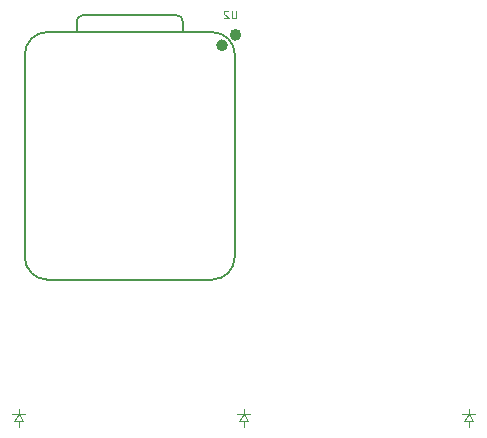
<source format=gbr>
%TF.GenerationSoftware,KiCad,Pcbnew,9.0.2*%
%TF.CreationDate,2025-06-03T16:06:49-07:00*%
%TF.ProjectId,osu_keypad,6f73755f-6b65-4797-9061-642e6b696361,rev?*%
%TF.SameCoordinates,Original*%
%TF.FileFunction,Legend,Bot*%
%TF.FilePolarity,Positive*%
%FSLAX46Y46*%
G04 Gerber Fmt 4.6, Leading zero omitted, Abs format (unit mm)*
G04 Created by KiCad (PCBNEW 9.0.2) date 2025-06-03 16:06:49*
%MOMM*%
%LPD*%
G01*
G04 APERTURE LIST*
%ADD10C,0.101600*%
%ADD11C,0.100000*%
%ADD12C,0.127000*%
%ADD13C,0.504000*%
G04 APERTURE END LIST*
D10*
X123163184Y-60995979D02*
X123163184Y-61510026D01*
X123163184Y-61510026D02*
X123132946Y-61570502D01*
X123132946Y-61570502D02*
X123102708Y-61600741D01*
X123102708Y-61600741D02*
X123042232Y-61630979D01*
X123042232Y-61630979D02*
X122921279Y-61630979D01*
X122921279Y-61630979D02*
X122860803Y-61600741D01*
X122860803Y-61600741D02*
X122830565Y-61570502D01*
X122830565Y-61570502D02*
X122800327Y-61510026D01*
X122800327Y-61510026D02*
X122800327Y-60995979D01*
X122528184Y-61056455D02*
X122497946Y-61026217D01*
X122497946Y-61026217D02*
X122437470Y-60995979D01*
X122437470Y-60995979D02*
X122286279Y-60995979D01*
X122286279Y-60995979D02*
X122225803Y-61026217D01*
X122225803Y-61026217D02*
X122195565Y-61056455D01*
X122195565Y-61056455D02*
X122165327Y-61116931D01*
X122165327Y-61116931D02*
X122165327Y-61177407D01*
X122165327Y-61177407D02*
X122195565Y-61268121D01*
X122195565Y-61268121D02*
X122558422Y-61630979D01*
X122558422Y-61630979D02*
X122165327Y-61630979D01*
D11*
%TO.C,D3*%
X142325000Y-95138125D02*
X143425000Y-95138125D01*
X142475000Y-95738125D02*
X143275000Y-95738125D01*
X142875000Y-94738125D02*
X142875000Y-95138125D01*
X142875000Y-95138125D02*
X142475000Y-95738125D01*
X142875000Y-95738125D02*
X142875000Y-96238125D01*
X143275000Y-95738125D02*
X142875000Y-95138125D01*
%TO.C,D2*%
X123275000Y-95138125D02*
X124375000Y-95138125D01*
X123425000Y-95738125D02*
X124225000Y-95738125D01*
X123825000Y-94738125D02*
X123825000Y-95138125D01*
X123825000Y-95138125D02*
X123425000Y-95738125D01*
X123825000Y-95738125D02*
X123825000Y-96238125D01*
X124225000Y-95738125D02*
X123825000Y-95138125D01*
D12*
%TO.C,U2*%
X105289375Y-81851500D02*
X105289375Y-64706500D01*
D11*
X107194375Y-62801500D02*
X121164375Y-62801500D01*
D12*
X107194375Y-62801500D02*
X121164375Y-62801500D01*
X109675375Y-61891500D02*
X109675375Y-62801500D01*
X118170647Y-61391500D02*
X110175375Y-61391500D01*
X118674375Y-62801500D02*
X118670647Y-61891228D01*
X121164375Y-83756500D02*
X107194375Y-83756500D01*
X123069375Y-81851500D02*
X123069375Y-64706500D01*
X105289375Y-64706500D02*
G75*
G02*
X107194375Y-62801500I1905000J0D01*
G01*
X107194375Y-83756500D02*
G75*
G02*
X105289375Y-81851500I0J1905000D01*
G01*
X109675375Y-61891500D02*
G75*
G02*
X110175375Y-61391500I500000J0D01*
G01*
X118170647Y-61391500D02*
G75*
G02*
X118670648Y-61891228I-18J-500019D01*
G01*
X121164375Y-62801500D02*
G75*
G02*
X123069375Y-64706500I-1J-1905001D01*
G01*
X123069375Y-81851500D02*
G75*
G02*
X121164375Y-83756500I-1905001J1D01*
G01*
D13*
X122238375Y-63922500D02*
G75*
G02*
X121734375Y-63922500I-252000J0D01*
G01*
X121734375Y-63922500D02*
G75*
G02*
X122238375Y-63922500I252000J0D01*
G01*
X123381375Y-63042500D02*
G75*
G02*
X122877375Y-63042500I-252000J0D01*
G01*
X122877375Y-63042500D02*
G75*
G02*
X123381375Y-63042500I252000J0D01*
G01*
D11*
%TO.C,D1*%
X104225000Y-95138125D02*
X105325000Y-95138125D01*
X104375000Y-95738125D02*
X105175000Y-95738125D01*
X104775000Y-94738125D02*
X104775000Y-95138125D01*
X104775000Y-95138125D02*
X104375000Y-95738125D01*
X104775000Y-95738125D02*
X104775000Y-96238125D01*
X105175000Y-95738125D02*
X104775000Y-95138125D01*
%TD*%
M02*

</source>
